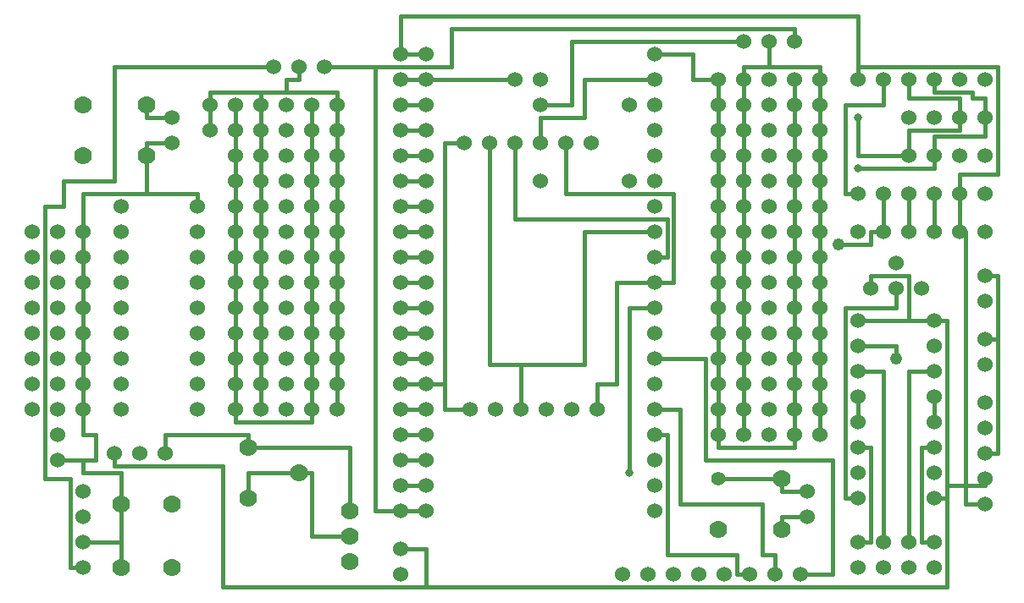
<source format=gbr>
%FSLAX35Y35*%
%MOIN*%
G04 EasyPC Gerber Version 18.0.8 Build 3632 *
%ADD24C,0.01500*%
%ADD71C,0.03200*%
%ADD92C,0.04800*%
%ADD19C,0.05600*%
%ADD70C,0.06000*%
%ADD77C,0.07000*%
X0Y0D02*
D02*
D19*
X285250Y52800D03*
D02*
D70*
X15250Y80300D03*
Y90300D03*
Y100300D03*
Y110300D03*
Y120300D03*
Y130300D03*
Y140300D03*
Y150300D03*
X25250Y60300D03*
Y70300D03*
Y80300D03*
Y90300D03*
Y100300D03*
Y110300D03*
Y120300D03*
Y130300D03*
Y140300D03*
Y150300D03*
X35250Y17800D03*
Y27800D03*
Y37800D03*
Y47800D03*
Y80300D03*
Y90300D03*
Y100300D03*
Y110300D03*
Y120300D03*
Y130300D03*
Y140300D03*
Y150300D03*
X47750Y62800D03*
X50250Y80300D03*
Y90300D03*
Y100300D03*
Y110300D03*
Y120300D03*
Y130300D03*
Y140300D03*
Y150300D03*
Y160300D03*
X57750Y62800D03*
X67750D03*
X70250Y185300D03*
Y195300D03*
X80250Y80300D03*
Y90300D03*
Y100300D03*
Y110300D03*
Y120300D03*
Y130300D03*
Y140300D03*
Y150300D03*
Y160300D03*
X85250Y190300D03*
Y200300D03*
X95250Y80300D03*
Y90300D03*
Y100300D03*
Y110300D03*
Y120300D03*
Y130300D03*
Y140300D03*
Y150300D03*
Y160300D03*
Y170300D03*
Y180300D03*
Y190300D03*
Y200300D03*
X105250Y80300D03*
Y90300D03*
Y100300D03*
Y110300D03*
Y120300D03*
Y130300D03*
Y140300D03*
Y150300D03*
Y160300D03*
Y170300D03*
Y180300D03*
Y190300D03*
Y200300D03*
X110250Y215300D03*
X115250Y80300D03*
Y90300D03*
Y100300D03*
Y110300D03*
Y120300D03*
Y130300D03*
Y140300D03*
Y150300D03*
Y160300D03*
Y170300D03*
Y180300D03*
Y190300D03*
Y200300D03*
X120250Y215300D03*
X125250Y80300D03*
Y90300D03*
Y100300D03*
Y110300D03*
Y120300D03*
Y130300D03*
Y140300D03*
Y150300D03*
Y160300D03*
Y170300D03*
Y180300D03*
Y190300D03*
Y200300D03*
X130250Y215300D03*
X135250Y80300D03*
Y90300D03*
Y100300D03*
Y110300D03*
Y120300D03*
Y130300D03*
Y140300D03*
Y150300D03*
Y160300D03*
Y170300D03*
Y180300D03*
Y190300D03*
Y200300D03*
X160250Y15300D03*
Y25300D03*
Y40300D03*
Y50300D03*
Y60300D03*
Y70300D03*
Y80300D03*
Y90300D03*
Y100300D03*
Y110300D03*
Y120300D03*
Y130300D03*
Y140300D03*
Y150300D03*
Y160300D03*
Y170300D03*
Y180300D03*
Y190300D03*
Y200300D03*
Y210300D03*
Y220300D03*
X170250Y40300D03*
Y50300D03*
Y60300D03*
Y70300D03*
Y80300D03*
Y90300D03*
Y100300D03*
Y110300D03*
Y120300D03*
Y130300D03*
Y140300D03*
Y150300D03*
Y160300D03*
Y170300D03*
Y180300D03*
Y190300D03*
Y200300D03*
Y210300D03*
Y220300D03*
X185250Y185300D03*
X187750Y80300D03*
X195250Y185300D03*
X197750Y80300D03*
X205250Y185300D03*
Y210300D03*
X207750Y80300D03*
X215250Y170300D03*
Y185300D03*
Y200300D03*
Y210300D03*
X217750Y80300D03*
X225250Y185300D03*
X227750Y80300D03*
X235250Y185300D03*
X237750Y80300D03*
X247750Y15300D03*
X250250Y170300D03*
Y200300D03*
X257750Y15300D03*
X260250Y40300D03*
Y50300D03*
Y60300D03*
Y70300D03*
Y80300D03*
Y90300D03*
Y100300D03*
Y110300D03*
Y120300D03*
Y130300D03*
Y140300D03*
Y150300D03*
Y160300D03*
Y170300D03*
Y180300D03*
Y190300D03*
Y200300D03*
Y210300D03*
Y220300D03*
X267750Y15300D03*
X277750D03*
X285250Y70300D03*
Y80300D03*
Y90300D03*
Y100300D03*
Y110300D03*
Y120300D03*
Y130300D03*
Y140300D03*
Y150300D03*
Y160300D03*
Y170300D03*
Y180300D03*
Y190300D03*
Y200300D03*
Y210300D03*
X287750Y15300D03*
X295250Y70300D03*
Y80300D03*
Y90300D03*
Y100300D03*
Y110300D03*
Y120300D03*
Y130300D03*
Y140300D03*
Y150300D03*
Y160300D03*
Y170300D03*
Y180300D03*
Y190300D03*
Y200300D03*
Y210300D03*
Y225300D03*
X297750Y15300D03*
X305250Y70300D03*
Y80300D03*
Y90300D03*
Y100300D03*
Y110300D03*
Y120300D03*
Y130300D03*
Y140300D03*
Y150300D03*
Y160300D03*
Y170300D03*
Y180300D03*
Y190300D03*
Y200300D03*
Y210300D03*
Y225300D03*
X307750Y15300D03*
X315250Y70300D03*
Y80300D03*
Y90300D03*
Y100300D03*
Y110300D03*
Y120300D03*
Y130300D03*
Y140300D03*
Y150300D03*
Y160300D03*
Y170300D03*
Y180300D03*
Y190300D03*
Y200300D03*
Y210300D03*
Y225300D03*
X317750Y15300D03*
X320250Y37800D03*
Y47800D03*
X325250Y70300D03*
Y80300D03*
Y90300D03*
Y100300D03*
Y110300D03*
Y120300D03*
Y130300D03*
Y140300D03*
Y150300D03*
Y160300D03*
Y170300D03*
Y180300D03*
Y190300D03*
Y200300D03*
Y210300D03*
X340250Y17800D03*
Y27800D03*
Y45300D03*
Y55300D03*
Y65300D03*
Y75300D03*
Y85300D03*
Y95300D03*
Y105300D03*
Y115300D03*
Y150300D03*
Y165300D03*
Y210300D03*
X345250Y127800D03*
X350250Y17800D03*
Y27800D03*
Y150300D03*
Y165300D03*
Y210300D03*
X355250Y127800D03*
Y137800D03*
X360250Y17800D03*
Y27800D03*
Y150300D03*
Y165300D03*
Y180300D03*
Y195300D03*
Y210300D03*
X365250Y127800D03*
X370250Y17800D03*
Y27800D03*
Y45300D03*
Y55300D03*
Y65300D03*
Y75300D03*
Y85300D03*
Y95300D03*
Y105300D03*
Y115300D03*
Y150300D03*
Y165300D03*
Y180300D03*
Y195300D03*
Y210300D03*
X380250Y150300D03*
Y165300D03*
Y180300D03*
Y195300D03*
Y210300D03*
X390250Y42800D03*
Y52800D03*
Y62800D03*
Y72800D03*
Y82800D03*
Y97800D03*
Y107800D03*
Y122800D03*
Y132800D03*
Y150300D03*
Y165300D03*
Y180300D03*
Y195300D03*
Y210300D03*
D02*
D71*
X250250Y55300D03*
X340250Y175300D03*
Y195300D03*
D02*
D24*
X35250Y27800D02*
X50250D01*
X35250Y60300D02*
X25250D01*
X35250Y80300D02*
Y70300D01*
X40250*
Y60300*
X35250*
Y90300D02*
Y80300D01*
Y100300D02*
Y90300D01*
Y110300D02*
Y100300D01*
Y120300D02*
Y110300D01*
Y130300D02*
Y120300D01*
Y140300D02*
Y130300D01*
Y150300D02*
Y165300D01*
X60250*
X35250Y150300D02*
Y140300D01*
X50250Y17800D02*
Y27800D01*
Y42800*
Y55300*
X35250*
Y60300*
X60250Y165300D02*
X80250D01*
Y160300*
X60250Y180300D02*
Y185300D01*
X70250*
X60250Y180300D02*
Y165300D01*
Y200300D02*
Y195300D01*
X70250*
X85250Y200300D02*
Y190300D01*
Y200300D02*
Y205300D01*
X105250*
X95250Y80300D02*
Y75300D01*
X125250*
Y80300*
X95250Y90300D02*
Y80300D01*
Y100300D02*
Y90300D01*
Y110300D02*
Y100300D01*
Y120300D02*
Y110300D01*
Y130300D02*
Y120300D01*
Y140300D02*
Y130300D01*
Y150300D02*
Y140300D01*
Y160300D02*
Y150300D01*
Y170300D02*
Y160300D01*
Y180300D02*
Y170300D01*
Y190300D02*
Y180300D01*
Y200300D02*
Y190300D01*
X100250Y45300D02*
Y55300D01*
X120250*
X100250Y65300D02*
X140250D01*
Y40300*
X100250Y65300D02*
Y70300D01*
X67750*
Y62800*
X105250Y90300D02*
Y80300D01*
Y100300D02*
Y90300D01*
Y110300D02*
Y100300D01*
Y120300D02*
Y110300D01*
Y130300D02*
Y120300D01*
Y140300D02*
Y130300D01*
Y150300D02*
Y140300D01*
Y160300D02*
Y150300D01*
Y170300D02*
Y160300D01*
Y180300D02*
Y170300D01*
Y190300D02*
Y180300D01*
Y200300D02*
Y190300D01*
Y200300D02*
Y205300D01*
X115250*
X110250Y215300D02*
X47750D01*
Y170300*
X27750*
Y160300*
X20250*
Y52800*
X30250*
Y17800*
X35250*
X115250Y205300D02*
X135250D01*
Y200300*
X115250Y205300D02*
Y210300D01*
X120250*
Y215300*
X125250Y90300D02*
Y80300D01*
Y100300D02*
Y90300D01*
Y110300D02*
Y100300D01*
Y120300D02*
Y110300D01*
Y130300D02*
Y120300D01*
Y140300D02*
Y130300D01*
Y150300D02*
Y140300D01*
Y160300D02*
Y150300D01*
Y170300D02*
Y160300D01*
Y180300D02*
Y170300D01*
Y190300D02*
Y180300D01*
Y200300D02*
Y190300D01*
X130250Y215300D02*
X150250D01*
X135250Y90300D02*
Y80300D01*
Y100300D02*
Y90300D01*
Y110300D02*
Y100300D01*
Y110300D02*
Y120300D01*
Y130300*
Y140300*
Y150300D02*
Y140300D01*
Y150300D02*
Y160300D01*
Y170300*
Y180300*
Y190300*
Y200300D02*
Y190300D01*
X140250Y30300D02*
X125250D01*
Y55300*
X120250*
X150250Y215300D02*
X180250D01*
Y230300*
X315250*
Y225300*
X160250Y25300D02*
X170250D01*
Y10300*
X160250Y40300D02*
X170250D01*
X160250D02*
X150250D01*
Y215300*
X160250Y50300D02*
X170250D01*
X160250Y60300D02*
X170250D01*
X160250Y70300D02*
X170250D01*
X160250Y80300D02*
X170250D01*
X160250Y90300D02*
X170250D01*
X160250Y100300D02*
X170250D01*
X160250Y110300D02*
X170250D01*
X160250Y120300D02*
X170250D01*
X160250Y130300D02*
X170250D01*
X160250Y140300D02*
X170250D01*
X160250Y150300D02*
X170250D01*
X160250Y160300D02*
X170250D01*
X160250Y170300D02*
X170250D01*
X160250Y180300D02*
X170250D01*
X160250Y190300D02*
X170250D01*
X160250Y200300D02*
X170250D01*
X160250Y210300D02*
X170250D01*
X160250Y220300D02*
X170250D01*
X160250D02*
Y235300D01*
X340250*
Y215300*
X170250Y10300D02*
X90250D01*
Y57800*
X47750*
Y62800*
X170250Y90300D02*
X177750D01*
Y80300*
X170250Y210300D02*
X205250D01*
X177750Y80300D02*
Y185300D01*
X185250*
X187750Y80300D02*
X177750D01*
X207750D02*
Y97800D01*
X195250*
Y185300*
X215250Y200300D02*
X227750D01*
Y225300*
X295250*
X237750Y80300D02*
Y90300D01*
X245250*
Y130300*
X260250*
Y70300D02*
X265250D01*
Y22800*
X292750*
Y15300*
X297750*
X260250Y80300D02*
X270250D01*
Y42800*
X302750*
Y22800*
X307750*
Y15300*
X260250Y100300D02*
X280250D01*
Y60300*
X330250*
Y15300*
X317750*
X260250Y120300D02*
X250250D01*
Y55300*
X260250Y130300D02*
X267750D01*
Y165300*
X225250*
Y185300*
X260250Y140300D02*
X265250D01*
Y155300*
X205250*
Y185300*
X260250Y150300D02*
X232750D01*
Y97800*
X207750*
X260250Y210300D02*
X232750D01*
Y195300*
X215250*
Y185300*
X260250Y220300D02*
X275250D01*
Y210300*
X285250*
Y52800D02*
X310250D01*
X285250Y70300D02*
Y65300D01*
X315250*
Y70300*
X285250Y80300D02*
Y70300D01*
Y90300D02*
Y80300D01*
Y100300D02*
Y90300D01*
Y110300D02*
Y100300D01*
Y120300D02*
Y110300D01*
Y130300D02*
Y120300D01*
Y140300D02*
Y130300D01*
Y150300D02*
Y140300D01*
Y160300D02*
Y150300D01*
Y170300D02*
Y160300D01*
Y180300D02*
Y170300D01*
Y190300D02*
Y180300D01*
Y200300D02*
Y190300D01*
Y210300D02*
Y200300D01*
X295250Y80300D02*
Y70300D01*
Y90300D02*
Y80300D01*
Y100300D02*
Y90300D01*
Y110300D02*
Y100300D01*
Y110300D02*
Y120300D01*
Y130300*
Y140300*
Y150300*
Y160300*
Y170300D02*
Y160300D01*
Y170300D02*
Y180300D01*
Y190300*
Y200300*
Y210300*
Y215300*
X305250*
X325250*
Y210300*
X305250Y225300D02*
Y215300D01*
X310250Y32800D02*
Y37800D01*
X320250*
X310250Y52800D02*
Y47800D01*
X320250*
X315250Y80300D02*
Y70300D01*
Y90300D02*
Y80300D01*
Y100300D02*
Y90300D01*
Y110300D02*
Y100300D01*
Y120300D02*
Y110300D01*
Y130300D02*
Y120300D01*
Y140300D02*
Y130300D01*
Y150300D02*
Y140300D01*
Y160300D02*
Y150300D01*
Y170300D02*
Y160300D01*
Y180300D02*
Y170300D01*
Y190300D02*
Y180300D01*
Y200300D02*
Y190300D01*
Y210300D02*
Y200300D01*
X325250Y70300D02*
Y80300D01*
Y90300*
Y100300*
Y110300*
Y120300*
Y130300*
Y140300*
Y150300*
Y160300*
Y170300D02*
Y160300D01*
Y170300D02*
Y180300D01*
Y190300*
Y200300*
Y210300*
X332750Y145300D02*
X345250D01*
Y150300*
X350250*
X340250Y27800D02*
X345250D01*
Y65300*
X340250*
Y85300D02*
Y75300D01*
Y115300D02*
X360250D01*
X340250Y175300D02*
X370250D01*
Y180300*
X340250Y195300D02*
Y180300D01*
X360250*
X340250Y215300D02*
Y210300D01*
X345250Y127800D02*
Y132800D01*
X360250*
Y115300*
X350250Y27800D02*
Y95300D01*
X340250*
X350250Y165300D02*
Y150300D01*
Y210300D02*
Y200300D01*
X335250*
Y165300*
X340250*
X355250Y100300D02*
Y105300D01*
X340250*
X355250Y127800D02*
Y120300D01*
X335250*
Y45300*
X340250*
X360250Y27800D02*
Y95300D01*
X370250*
X360250Y115300D02*
X370250D01*
X360250Y165300D02*
Y150300D01*
Y180300D02*
Y190300D01*
X380250*
Y195300*
X370250Y27800D02*
X365250D01*
Y65300*
X370250*
Y45300D02*
X375250D01*
X370250Y85300D02*
Y75300D01*
Y115300D02*
X375250D01*
Y50300*
X370250Y165300D02*
Y150300D01*
Y180300D02*
Y187800D01*
X390250*
Y195300*
X375250Y45300D02*
Y10300D01*
X170250*
X375250Y50300D02*
Y45300D01*
X380250Y165300D02*
Y172800D01*
X395250*
Y215300*
X340250*
X380250Y165300D02*
Y150300D01*
Y195300D02*
Y202800D01*
X360250*
Y210300*
X390250Y42800D02*
X382750D01*
Y50300*
X375250*
X390250Y52800D02*
Y50300D01*
X382750*
Y150300*
X380250*
X390250Y62800D02*
X395250D01*
Y107800*
X390250D02*
X395250D01*
X390250Y195300D02*
Y202800D01*
X385250*
Y205300*
X370250*
Y210300*
X395250Y107800D02*
Y132800D01*
X390250*
D02*
D77*
X35250Y180300D03*
Y200300D03*
X50250Y17800D03*
Y42800D03*
X60250Y180300D03*
Y200300D03*
X70250Y17800D03*
Y42800D03*
X100250Y45300D03*
Y65300D03*
X120250Y55300D03*
X140250Y20300D03*
Y30300D03*
Y40300D03*
X285250Y32800D03*
X310250D03*
Y52800D03*
D02*
D92*
X332750Y145300D03*
X355250Y100300D03*
X0Y0D02*
M02*

</source>
